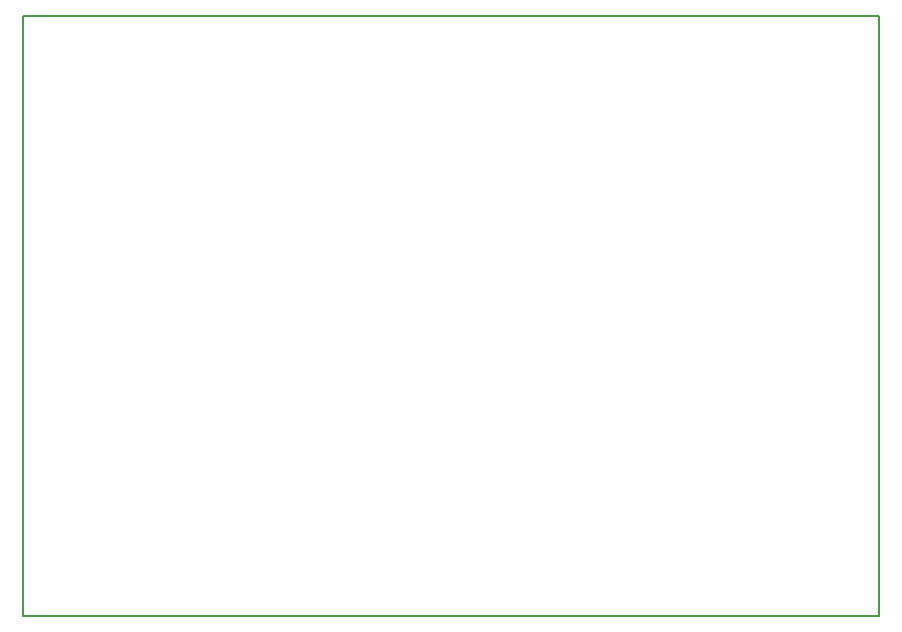
<source format=gbr>
G04 start of page 4 for group 2 idx 2 *
G04 Title: (unknown), outline *
G04 Creator: pcb 20110918 *
G04 CreationDate: Tue 11 Feb 2014 10:14:15 PM GMT UTC *
G04 For: ndholmes *
G04 Format: Gerber/RS-274X *
G04 PCB-Dimensions: 285500 200000 *
G04 PCB-Coordinate-Origin: lower left *
%MOIN*%
%FSLAX25Y25*%
%LNOUTLINE*%
%ADD52C,0.0080*%
G54D52*X0Y200000D02*Y0D01*
Y200000D02*X285500D01*
X0Y0D02*X285500D01*
Y200000D02*Y0D01*
M02*

</source>
